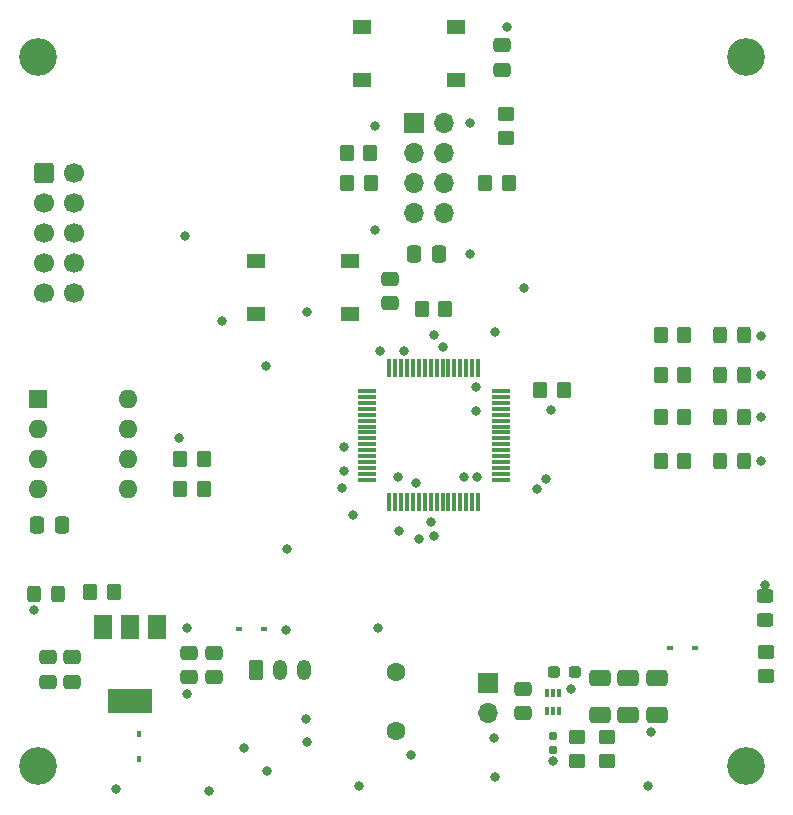
<source format=gbr>
G04 #@! TF.GenerationSoftware,KiCad,Pcbnew,(6.0.4)*
G04 #@! TF.CreationDate,2023-03-06T11:11:44-05:00*
G04 #@! TF.ProjectId,LED_Module,4c45445f-4d6f-4647-956c-652e6b696361,rev?*
G04 #@! TF.SameCoordinates,Original*
G04 #@! TF.FileFunction,Soldermask,Top*
G04 #@! TF.FilePolarity,Negative*
%FSLAX46Y46*%
G04 Gerber Fmt 4.6, Leading zero omitted, Abs format (unit mm)*
G04 Created by KiCad (PCBNEW (6.0.4)) date 2023-03-06 11:11:44*
%MOMM*%
%LPD*%
G01*
G04 APERTURE LIST*
G04 Aperture macros list*
%AMRoundRect*
0 Rectangle with rounded corners*
0 $1 Rounding radius*
0 $2 $3 $4 $5 $6 $7 $8 $9 X,Y pos of 4 corners*
0 Add a 4 corners polygon primitive as box body*
4,1,4,$2,$3,$4,$5,$6,$7,$8,$9,$2,$3,0*
0 Add four circle primitives for the rounded corners*
1,1,$1+$1,$2,$3*
1,1,$1+$1,$4,$5*
1,1,$1+$1,$6,$7*
1,1,$1+$1,$8,$9*
0 Add four rect primitives between the rounded corners*
20,1,$1+$1,$2,$3,$4,$5,0*
20,1,$1+$1,$4,$5,$6,$7,0*
20,1,$1+$1,$6,$7,$8,$9,0*
20,1,$1+$1,$8,$9,$2,$3,0*%
G04 Aperture macros list end*
%ADD10RoundRect,0.250000X0.350000X0.450000X-0.350000X0.450000X-0.350000X-0.450000X0.350000X-0.450000X0*%
%ADD11R,0.340000X0.700000*%
%ADD12RoundRect,0.250000X0.450000X-0.350000X0.450000X0.350000X-0.450000X0.350000X-0.450000X-0.350000X0*%
%ADD13RoundRect,0.250000X-0.350000X-0.625000X0.350000X-0.625000X0.350000X0.625000X-0.350000X0.625000X0*%
%ADD14O,1.200000X1.750000*%
%ADD15RoundRect,0.250000X-0.650000X0.412500X-0.650000X-0.412500X0.650000X-0.412500X0.650000X0.412500X0*%
%ADD16RoundRect,0.250000X-0.325000X-0.450000X0.325000X-0.450000X0.325000X0.450000X-0.325000X0.450000X0*%
%ADD17R,1.600000X1.600000*%
%ADD18O,1.600000X1.600000*%
%ADD19R,1.700000X1.700000*%
%ADD20O,1.700000X1.700000*%
%ADD21RoundRect,0.250000X0.325000X0.450000X-0.325000X0.450000X-0.325000X-0.450000X0.325000X-0.450000X0*%
%ADD22C,3.200000*%
%ADD23C,3.200001*%
%ADD24RoundRect,0.250000X-0.600000X-0.600000X0.600000X-0.600000X0.600000X0.600000X-0.600000X0.600000X0*%
%ADD25C,1.700000*%
%ADD26RoundRect,0.250000X-0.475000X0.337500X-0.475000X-0.337500X0.475000X-0.337500X0.475000X0.337500X0*%
%ADD27R,1.550000X1.300000*%
%ADD28RoundRect,0.250000X-0.350000X-0.450000X0.350000X-0.450000X0.350000X0.450000X-0.350000X0.450000X0*%
%ADD29RoundRect,0.250000X-0.450000X0.350000X-0.450000X-0.350000X0.450000X-0.350000X0.450000X0.350000X0*%
%ADD30RoundRect,0.075000X-0.700000X-0.075000X0.700000X-0.075000X0.700000X0.075000X-0.700000X0.075000X0*%
%ADD31RoundRect,0.075000X-0.075000X-0.700000X0.075000X-0.700000X0.075000X0.700000X-0.075000X0.700000X0*%
%ADD32RoundRect,0.250000X0.337500X0.475000X-0.337500X0.475000X-0.337500X-0.475000X0.337500X-0.475000X0*%
%ADD33RoundRect,0.250000X-0.450000X0.325000X-0.450000X-0.325000X0.450000X-0.325000X0.450000X0.325000X0*%
%ADD34R,1.500000X2.000000*%
%ADD35R,3.800000X2.000000*%
%ADD36R,0.600000X0.450000*%
%ADD37RoundRect,0.155000X0.155000X-0.212500X0.155000X0.212500X-0.155000X0.212500X-0.155000X-0.212500X0*%
%ADD38C,1.600000*%
%ADD39R,0.450000X0.600000*%
%ADD40RoundRect,0.250000X0.475000X-0.337500X0.475000X0.337500X-0.475000X0.337500X-0.475000X-0.337500X0*%
%ADD41RoundRect,0.237500X-0.287500X-0.237500X0.287500X-0.237500X0.287500X0.237500X-0.287500X0.237500X0*%
%ADD42C,0.800000*%
G04 APERTURE END LIST*
D10*
G04 #@! TO.C,R14*
X109728000Y-78486000D03*
X107728000Y-78486000D03*
G04 #@! TD*
D11*
G04 #@! TO.C,U3*
X99128200Y-108808912D03*
X98628200Y-108808912D03*
X98128200Y-108808912D03*
X98128200Y-110308912D03*
X98628200Y-110308912D03*
X99128200Y-110308912D03*
G04 #@! TD*
D12*
G04 #@! TO.C,R3*
X100660200Y-114563400D03*
X100660200Y-112563400D03*
G04 #@! TD*
D13*
G04 #@! TO.C,J2*
X73512800Y-106884000D03*
D14*
X75512800Y-106884000D03*
X77512800Y-106884000D03*
G04 #@! TD*
D12*
G04 #@! TO.C,R2*
X94636500Y-61782000D03*
X94636500Y-59782000D03*
G04 #@! TD*
D15*
G04 #@! TO.C,C15*
X102616000Y-107569000D03*
X102616000Y-110694000D03*
G04 #@! TD*
D16*
G04 #@! TO.C,D8*
X54661800Y-100415000D03*
X56711800Y-100415000D03*
G04 #@! TD*
D17*
G04 #@! TO.C,U4*
X54991000Y-83947000D03*
D18*
X54991000Y-86487000D03*
X54991000Y-89027000D03*
X54991000Y-91567000D03*
X62611000Y-91567000D03*
X62611000Y-89027000D03*
X62611000Y-86487000D03*
X62611000Y-83947000D03*
G04 #@! TD*
D19*
G04 #@! TO.C,J4*
X93091000Y-107950000D03*
D20*
X93091000Y-110490000D03*
G04 #@! TD*
D21*
G04 #@! TO.C,D5*
X114808000Y-81915000D03*
X112758000Y-81915000D03*
G04 #@! TD*
G04 #@! TO.C,D3*
X114808000Y-89154000D03*
X112758000Y-89154000D03*
G04 #@! TD*
D22*
G04 #@! TO.C,H2*
X55000000Y-115000000D03*
G04 #@! TD*
D10*
G04 #@! TO.C,R13*
X109728000Y-81915000D03*
X107728000Y-81915000D03*
G04 #@! TD*
G04 #@! TO.C,R12*
X109728000Y-85471000D03*
X107728000Y-85471000D03*
G04 #@! TD*
D23*
G04 #@! TO.C,H1*
X114999999Y-54999992D03*
G04 #@! TD*
D24*
G04 #@! TO.C,J1*
X55499000Y-64770000D03*
D25*
X58039000Y-64770000D03*
X55499000Y-67310000D03*
X58039000Y-67310000D03*
X55499000Y-69850000D03*
X58039000Y-69850000D03*
X55499000Y-72390000D03*
X58039000Y-72390000D03*
X55499000Y-74930000D03*
X58039000Y-74930000D03*
G04 #@! TD*
D26*
G04 #@! TO.C,C11*
X96088200Y-108461900D03*
X96088200Y-110536900D03*
G04 #@! TD*
D15*
G04 #@! TO.C,C17*
X107391200Y-107569000D03*
X107391200Y-110694000D03*
G04 #@! TD*
D27*
G04 #@! TO.C,SW2*
X81412000Y-76753000D03*
X73452000Y-76753000D03*
X81412000Y-72253000D03*
X73452000Y-72253000D03*
G04 #@! TD*
D28*
G04 #@! TO.C,R10*
X92874000Y-65649000D03*
X94874000Y-65649000D03*
G04 #@! TD*
D29*
G04 #@! TO.C,R16*
X116631000Y-105354000D03*
X116631000Y-107354000D03*
G04 #@! TD*
D12*
G04 #@! TO.C,R4*
X103200200Y-114547400D03*
X103200200Y-112547400D03*
G04 #@! TD*
D30*
G04 #@! TO.C,U2*
X82844000Y-83245000D03*
X82844000Y-83745000D03*
X82844000Y-84245000D03*
X82844000Y-84745000D03*
X82844000Y-85245000D03*
X82844000Y-85745000D03*
X82844000Y-86245000D03*
X82844000Y-86745000D03*
X82844000Y-87245000D03*
X82844000Y-87745000D03*
X82844000Y-88245000D03*
X82844000Y-88745000D03*
X82844000Y-89245000D03*
X82844000Y-89745000D03*
X82844000Y-90245000D03*
X82844000Y-90745000D03*
D31*
X84769000Y-92670000D03*
X85269000Y-92670000D03*
X85769000Y-92670000D03*
X86269000Y-92670000D03*
X86769000Y-92670000D03*
X87269000Y-92670000D03*
X87769000Y-92670000D03*
X88269000Y-92670000D03*
X88769000Y-92670000D03*
X89269000Y-92670000D03*
X89769000Y-92670000D03*
X90269000Y-92670000D03*
X90769000Y-92670000D03*
X91269000Y-92670000D03*
X91769000Y-92670000D03*
X92269000Y-92670000D03*
D30*
X94194000Y-90745000D03*
X94194000Y-90245000D03*
X94194000Y-89745000D03*
X94194000Y-89245000D03*
X94194000Y-88745000D03*
X94194000Y-88245000D03*
X94194000Y-87745000D03*
X94194000Y-87245000D03*
X94194000Y-86745000D03*
X94194000Y-86245000D03*
X94194000Y-85745000D03*
X94194000Y-85245000D03*
X94194000Y-84745000D03*
X94194000Y-84245000D03*
X94194000Y-83745000D03*
X94194000Y-83245000D03*
D31*
X92269000Y-81320000D03*
X91769000Y-81320000D03*
X91269000Y-81320000D03*
X90769000Y-81320000D03*
X90269000Y-81320000D03*
X89769000Y-81320000D03*
X89269000Y-81320000D03*
X88769000Y-81320000D03*
X88269000Y-81320000D03*
X87769000Y-81320000D03*
X87269000Y-81320000D03*
X86769000Y-81320000D03*
X86269000Y-81320000D03*
X85769000Y-81320000D03*
X85269000Y-81320000D03*
X84769000Y-81320000D03*
G04 #@! TD*
D32*
G04 #@! TO.C,C19*
X88948000Y-71618000D03*
X86873000Y-71618000D03*
G04 #@! TD*
D26*
G04 #@! TO.C,C9*
X69951600Y-105410000D03*
X69951600Y-107485000D03*
G04 #@! TD*
D33*
G04 #@! TO.C,D9*
X116586000Y-100584000D03*
X116586000Y-102634000D03*
G04 #@! TD*
D26*
G04 #@! TO.C,C3*
X57886600Y-105773400D03*
X57886600Y-107848400D03*
G04 #@! TD*
D21*
G04 #@! TO.C,D6*
X114808000Y-78486000D03*
X112758000Y-78486000D03*
G04 #@! TD*
D28*
G04 #@! TO.C,R7*
X81158000Y-63109000D03*
X83158000Y-63109000D03*
G04 #@! TD*
D15*
G04 #@! TO.C,C13*
X105003600Y-107569000D03*
X105003600Y-110694000D03*
G04 #@! TD*
D34*
G04 #@! TO.C,U1*
X65102800Y-103225600D03*
X62802800Y-103225600D03*
D35*
X62802800Y-109525600D03*
D34*
X60502800Y-103225600D03*
G04 #@! TD*
D26*
G04 #@! TO.C,C1*
X55854600Y-105773400D03*
X55854600Y-107848400D03*
G04 #@! TD*
D32*
G04 #@! TO.C,C16*
X57023000Y-94615000D03*
X54948000Y-94615000D03*
G04 #@! TD*
D27*
G04 #@! TO.C,SW1*
X90408400Y-52421400D03*
X82448400Y-52421400D03*
X90408400Y-56921400D03*
X82448400Y-56921400D03*
G04 #@! TD*
D36*
G04 #@! TO.C,D7*
X110634200Y-104978200D03*
X108534200Y-104978200D03*
G04 #@! TD*
G04 #@! TO.C,D2*
X74145800Y-103420000D03*
X72045800Y-103420000D03*
G04 #@! TD*
D10*
G04 #@! TO.C,R9*
X109728000Y-89154000D03*
X107728000Y-89154000D03*
G04 #@! TD*
D22*
G04 #@! TO.C,H4*
X55000000Y-55000000D03*
G04 #@! TD*
D28*
G04 #@! TO.C,R8*
X81190000Y-65649000D03*
X83190000Y-65649000D03*
G04 #@! TD*
D10*
G04 #@! TO.C,R5*
X69056000Y-91567000D03*
X67056000Y-91567000D03*
G04 #@! TD*
D26*
G04 #@! TO.C,C18*
X84841000Y-73734000D03*
X84841000Y-75809000D03*
G04 #@! TD*
D37*
G04 #@! TO.C,C12*
X98628200Y-113622900D03*
X98628200Y-112487900D03*
G04 #@! TD*
D26*
G04 #@! TO.C,C7*
X67767200Y-105410000D03*
X67767200Y-107485000D03*
G04 #@! TD*
D10*
G04 #@! TO.C,R11*
X99536000Y-83185000D03*
X97536000Y-83185000D03*
G04 #@! TD*
D19*
G04 #@! TO.C,J3*
X86868000Y-60579000D03*
D20*
X89408000Y-60579000D03*
X86868000Y-63119000D03*
X89408000Y-63119000D03*
X86868000Y-65659000D03*
X89408000Y-65659000D03*
X86868000Y-68199000D03*
X89408000Y-68199000D03*
G04 #@! TD*
D38*
G04 #@! TO.C,C14*
X85369400Y-112061000D03*
X85369400Y-107061000D03*
G04 #@! TD*
D39*
G04 #@! TO.C,D1*
X63570800Y-114410000D03*
X63570800Y-112310000D03*
G04 #@! TD*
D10*
G04 #@! TO.C,R1*
X89503000Y-76327000D03*
X87503000Y-76327000D03*
G04 #@! TD*
D40*
G04 #@! TO.C,C10*
X94280900Y-56037400D03*
X94280900Y-53962400D03*
G04 #@! TD*
D21*
G04 #@! TO.C,D4*
X114826000Y-85471000D03*
X112776000Y-85471000D03*
G04 #@! TD*
D28*
G04 #@! TO.C,R15*
X59431800Y-100280000D03*
X61431800Y-100280000D03*
G04 #@! TD*
D41*
G04 #@! TO.C,L1*
X98707000Y-107061000D03*
X100457000Y-107061000D03*
G04 #@! TD*
D22*
G04 #@! TO.C,H3*
X115000000Y-115000000D03*
G04 #@! TD*
D28*
G04 #@! TO.C,R6*
X67056000Y-89027000D03*
X69056000Y-89027000D03*
G04 #@! TD*
D42*
X67634800Y-103293000D03*
X67634800Y-108881000D03*
X92179428Y-90551000D03*
X76073000Y-96647000D03*
X76052800Y-103455000D03*
X92075000Y-82931000D03*
X83947000Y-79883000D03*
X86995000Y-91059000D03*
X80899000Y-90043000D03*
X67437000Y-70104000D03*
X96139000Y-74549000D03*
X70612000Y-77343000D03*
X93726000Y-78232000D03*
X80772000Y-91440000D03*
X81661000Y-93726000D03*
X85598000Y-95123000D03*
X87249000Y-95758000D03*
X88265000Y-94361000D03*
X88519000Y-95504000D03*
X97282000Y-91567000D03*
X98044000Y-90678000D03*
X83566000Y-60833000D03*
X83566000Y-69596000D03*
X88519000Y-78486000D03*
X74295000Y-81153000D03*
X89281000Y-79502000D03*
X66929000Y-87249000D03*
X116586000Y-99695000D03*
X91572000Y-71618000D03*
X82169000Y-116713000D03*
X77673200Y-111048800D03*
X91059000Y-90551000D03*
X77830800Y-112980000D03*
X106680000Y-116713000D03*
X77806000Y-76584980D03*
X85979000Y-79883000D03*
X54716800Y-101804000D03*
X93726000Y-115951000D03*
X116223000Y-85471000D03*
X61595000Y-116967000D03*
X92075000Y-84963000D03*
X91572000Y-60569000D03*
X116205000Y-78613000D03*
X93588451Y-112646633D03*
X86614000Y-114046000D03*
X85471000Y-90551000D03*
X69469000Y-117094000D03*
X74401800Y-115393000D03*
X72491600Y-113487200D03*
X94767400Y-52421400D03*
X116205000Y-89154000D03*
X116205000Y-81915000D03*
X80899000Y-88011000D03*
X106934000Y-112141000D03*
X98425000Y-84836000D03*
X83820000Y-103288500D03*
X100177600Y-108508800D03*
X98628200Y-114579400D03*
M02*

</source>
